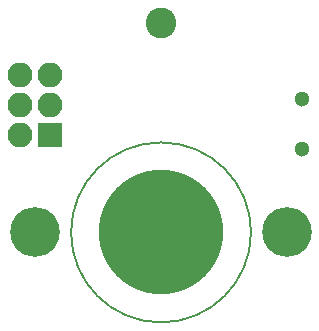
<source format=gbs>
G04 #@! TF.FileFunction,Soldermask,Bot*
%FSLAX46Y46*%
G04 Gerber Fmt 4.6, Leading zero omitted, Abs format (unit mm)*
G04 Created by KiCad (PCBNEW 4.0.6) date Monday, March 26, 2018 'PMt' 03:20:40 PM*
%MOMM*%
%LPD*%
G01*
G04 APERTURE LIST*
%ADD10C,0.100000*%
%ADD11C,0.127000*%
%ADD12R,2.100000X2.100000*%
%ADD13O,2.100000X2.100000*%
%ADD14O,4.210000X4.210000*%
%ADD15C,10.560000*%
%ADD16C,1.300000*%
%ADD17C,2.600000*%
G04 APERTURE END LIST*
D10*
D11*
X160020000Y-132588000D02*
G75*
G02X152400000Y-124968000I0J7620000D01*
G01*
X152400000Y-124968000D02*
G75*
G02X160020000Y-117348000I7620000J0D01*
G01*
X160020000Y-117348000D02*
G75*
G02X167640000Y-124968000I0J-7620000D01*
G01*
X167640000Y-124968000D02*
G75*
G02X160020000Y-132588000I-7620000J0D01*
G01*
D12*
X150622000Y-116713000D03*
D13*
X148082000Y-116713000D03*
X150622000Y-114173000D03*
X148082000Y-114173000D03*
X150622000Y-111633000D03*
X148082000Y-111633000D03*
D14*
X149352000Y-124968000D03*
X170688000Y-124968000D03*
D15*
X160020000Y-124968000D03*
D16*
X171958000Y-113699000D03*
X171958000Y-117949000D03*
D17*
X160020000Y-107251500D03*
M02*

</source>
